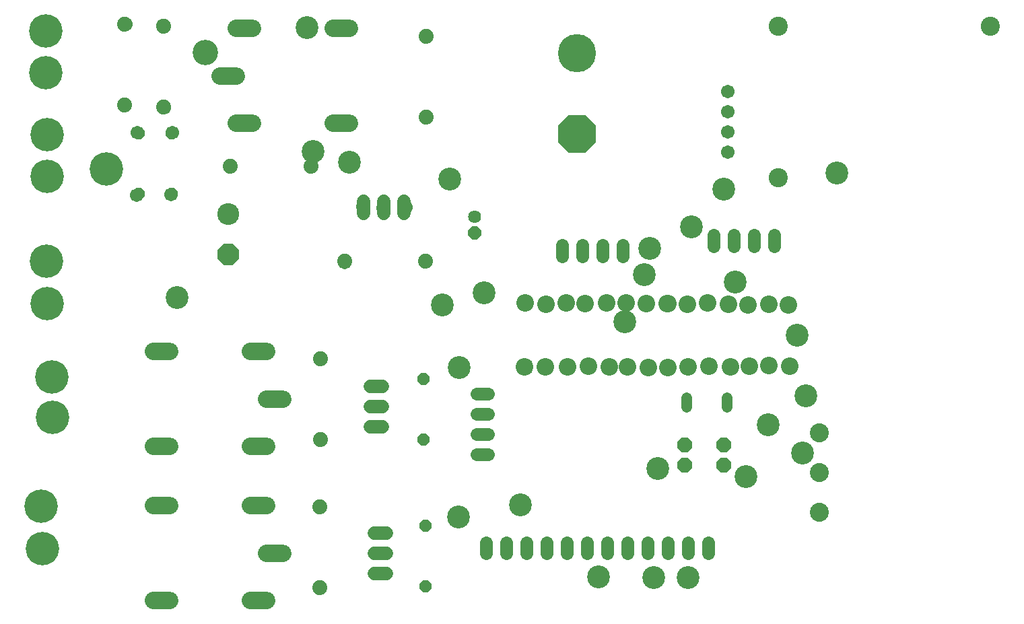
<source format=gbr>
G04 EAGLE Gerber RS-274X export*
G75*
%MOMM*%
%FSLAX34Y34*%
%LPD*%
%INSoldermask Top*%
%IPPOS*%
%AMOC8*
5,1,8,0,0,1.08239X$1,22.5*%
G01*
%ADD10C,1.879600*%
%ADD11C,2.153200*%
%ADD12C,2.184400*%
%ADD13C,4.800600*%
%ADD14P,5.196121X8X292.500000*%
%ADD15C,1.727200*%
%ADD16P,1.759533X8X292.500000*%
%ADD17C,1.625600*%
%ADD18C,2.743200*%
%ADD19P,2.969212X8X292.500000*%
%ADD20R,1.501200X1.501200*%
%ADD21C,1.501200*%
%ADD22C,1.320800*%
%ADD23P,2.034460X8X292.500000*%
%ADD24C,2.403200*%
%ADD25C,1.711200*%
%ADD26C,1.625600*%
%ADD27P,1.649562X8X292.500000*%
%ADD28P,1.649562X8X112.500000*%
%ADD29C,2.387600*%
%ADD30C,2.870200*%
%ADD31C,4.203200*%
%ADD32C,3.203200*%
%ADD33C,1.409600*%
%ADD34C,2.203200*%
%ADD35C,1.203200*%
%ADD36C,1.703200*%


D10*
X226314Y813054D03*
X226314Y711454D03*
X359410Y634238D03*
X461010Y634238D03*
X275336Y810260D03*
X275336Y708660D03*
D11*
X127000Y803910D03*
X127000Y753110D03*
X127000Y673100D03*
X127000Y622300D03*
D12*
X346456Y748030D02*
X366268Y748030D01*
X366776Y688340D02*
X386588Y688340D01*
X386588Y807720D02*
X366776Y807720D01*
X488696Y807720D02*
X508508Y807720D01*
X508508Y688340D02*
X488696Y688340D01*
D13*
X795020Y776732D03*
D14*
X795020Y675132D03*
D10*
X605790Y797306D03*
X605790Y695706D03*
D15*
X526288Y590550D02*
X526288Y575310D01*
X551688Y575310D02*
X551688Y590550D01*
X577088Y590550D02*
X577088Y575310D01*
D16*
X666242Y550164D03*
D17*
X666242Y570484D03*
D18*
X356616Y573786D03*
D19*
X356616Y522986D03*
D20*
X731012Y381886D03*
D21*
X756412Y381886D03*
X781812Y381886D03*
X807212Y381886D03*
X832612Y381886D03*
X858012Y381886D03*
X883412Y381886D03*
X908812Y381886D03*
X934212Y381886D03*
X959612Y381886D03*
X985012Y381886D03*
X1010412Y381886D03*
X1035812Y381886D03*
X1061212Y381886D03*
X1061212Y460886D03*
X1035812Y460886D03*
X1010412Y460886D03*
X985012Y460886D03*
X959612Y460886D03*
X934212Y460886D03*
X908812Y460886D03*
X883412Y460886D03*
X858012Y460886D03*
X832612Y460886D03*
X807212Y460886D03*
X781812Y460886D03*
X756412Y460886D03*
X731012Y460886D03*
D10*
X502666Y515112D03*
X604266Y515112D03*
D22*
X984250Y342646D02*
X984250Y331470D01*
X933450Y331470D02*
X933450Y342646D01*
D23*
X979932Y283718D03*
X979932Y258318D03*
X930656Y283718D03*
X930656Y258318D03*
D24*
X1048004Y620268D03*
X1048004Y810768D03*
D25*
X984504Y728218D03*
X984504Y702818D03*
X984504Y677418D03*
X984504Y652018D03*
D24*
X1314704Y810768D03*
D26*
X960374Y161290D02*
X960374Y147066D01*
X934974Y147066D02*
X934974Y161290D01*
X909574Y161290D02*
X909574Y147066D01*
X884174Y147066D02*
X884174Y161290D01*
X858774Y161290D02*
X858774Y147066D01*
X807974Y147066D02*
X807974Y161290D01*
X833374Y161290D02*
X833374Y147066D01*
X680974Y147066D02*
X680974Y161290D01*
X782574Y161290D02*
X782574Y147066D01*
X757174Y147066D02*
X757174Y161290D01*
X731774Y161290D02*
X731774Y147066D01*
X706374Y147066D02*
X706374Y161290D01*
D11*
X129540Y464820D03*
X129540Y515620D03*
X131826Y369824D03*
X131826Y319024D03*
D12*
X405130Y341376D02*
X424942Y341376D01*
X404622Y401066D02*
X384810Y401066D01*
X384810Y281686D02*
X404622Y281686D01*
X282702Y281686D02*
X262890Y281686D01*
X262890Y401066D02*
X282702Y401066D01*
D27*
X601980Y367030D03*
X601980Y290830D03*
D10*
X472186Y290830D03*
X472186Y392430D03*
D15*
X535178Y306324D02*
X550418Y306324D01*
X550418Y331724D02*
X535178Y331724D01*
X535178Y357124D02*
X550418Y357124D01*
D28*
X285496Y599694D03*
X285496Y675894D03*
D27*
X243586Y675386D03*
X243586Y599186D03*
D11*
X122174Y154940D03*
X122174Y205740D03*
D12*
X405130Y147828D02*
X424942Y147828D01*
X404622Y207518D02*
X384810Y207518D01*
X384810Y88138D02*
X404622Y88138D01*
X282702Y88138D02*
X262890Y88138D01*
X262890Y207518D02*
X282702Y207518D01*
D10*
X471424Y104394D03*
X471424Y205994D03*
D15*
X540512Y122428D02*
X555752Y122428D01*
X555752Y147828D02*
X540512Y147828D01*
X540512Y173228D02*
X555752Y173228D01*
D27*
X604266Y182372D03*
X604266Y106172D03*
D26*
X669036Y272288D02*
X683260Y272288D01*
X683260Y297688D02*
X669036Y297688D01*
X669036Y323088D02*
X683260Y323088D01*
X683260Y348488D02*
X669036Y348488D01*
X966978Y533908D02*
X966978Y548132D01*
X992378Y548132D02*
X992378Y533908D01*
X1017778Y533908D02*
X1017778Y548132D01*
X1043178Y548132D02*
X1043178Y533908D01*
X852678Y535432D02*
X852678Y521208D01*
X827278Y521208D02*
X827278Y535432D01*
X801878Y535432D02*
X801878Y521208D01*
X776478Y521208D02*
X776478Y535432D01*
D29*
X1100074Y299174D03*
X1100074Y249174D03*
X1100074Y199174D03*
D30*
X626110Y460248D03*
X508762Y639318D03*
X463296Y652780D03*
X455422Y808482D03*
X896366Y253746D03*
X934466Y117094D03*
X723646Y208534D03*
X635254Y617982D03*
X886206Y531114D03*
X979678Y605536D03*
X677926Y475488D03*
X938784Y558038D03*
X1122172Y626110D03*
X880110Y497840D03*
X1007618Y243586D03*
X1078992Y273812D03*
X891794Y117094D03*
X1072134Y421894D03*
X821944Y117602D03*
X994156Y488950D03*
X855472Y438404D03*
X292354Y468884D03*
X1083310Y345948D03*
X647192Y381000D03*
D31*
X203124Y630807D03*
D32*
X328071Y777395D03*
D30*
X1035812Y309118D03*
X646430Y193294D03*
D33*
X960924Y153506D03*
X935611Y153506D03*
X909815Y154312D03*
X884280Y153946D03*
X858972Y153830D03*
X833315Y153714D03*
X808181Y153508D03*
X783103Y153341D03*
X757189Y153508D03*
X730606Y154009D03*
X705528Y153508D03*
X680729Y153269D03*
X676651Y271895D03*
X674966Y297664D03*
X676170Y322469D03*
X676651Y347516D03*
X548205Y172571D03*
X548373Y147278D03*
X548791Y121919D03*
X543083Y305803D03*
X542851Y330416D03*
X542521Y356142D03*
X776825Y527415D03*
X802831Y528378D03*
X827152Y528137D03*
X853640Y528137D03*
X966142Y540075D03*
X993191Y540075D03*
X1017813Y541116D03*
X1044169Y540075D03*
D34*
X1061301Y460189D03*
X1036391Y460690D03*
X1010142Y459520D03*
X985281Y460446D03*
X959508Y462072D03*
X934209Y460350D03*
X908727Y461554D03*
X909265Y461668D03*
X882536Y461428D03*
X857011Y462632D03*
X832450Y462632D03*
X805595Y461755D03*
X781317Y461956D03*
X756437Y460752D03*
X729751Y462157D03*
X729387Y381954D03*
X755393Y381954D03*
X783086Y382195D03*
X809574Y382436D03*
X835580Y382195D03*
X858693Y381592D03*
X884824Y381185D03*
X909795Y381293D03*
X935093Y381680D03*
X961406Y382551D03*
X987913Y381583D03*
X1012099Y382544D03*
X1036594Y383241D03*
X1062500Y382938D03*
D35*
X984563Y728409D03*
X984563Y702156D03*
X984897Y676905D03*
X984730Y651822D03*
X602365Y366641D03*
D31*
X127143Y804127D03*
X127143Y752348D03*
X128614Y674070D03*
X129158Y621311D03*
X127785Y514638D03*
X128617Y461342D03*
X134853Y369268D03*
X135353Y318800D03*
X121190Y206696D03*
X122568Y153408D03*
D36*
X227753Y812990D03*
X226254Y710554D03*
X276200Y707556D03*
X327644Y776013D03*
X377090Y806994D03*
X274702Y810991D03*
X500456Y808493D03*
X497459Y689068D03*
X374593Y688568D03*
X356113Y572141D03*
X358111Y523172D03*
X284191Y598624D03*
X241737Y597625D03*
X242237Y676576D03*
X286189Y676576D03*
X273957Y401294D03*
X395049Y401894D03*
X417829Y341910D03*
X393850Y281926D03*
X394072Y207870D03*
X417546Y147907D03*
X395071Y86945D03*
X271205Y86446D03*
X471987Y104435D03*
X471488Y204872D03*
X502953Y513464D03*
X605462Y514664D03*
X525733Y583646D03*
X550911Y581846D03*
X580285Y582446D03*
X795494Y777395D03*
X796093Y674822D03*
X605342Y695064D03*
X1122780Y626107D03*
M02*

</source>
